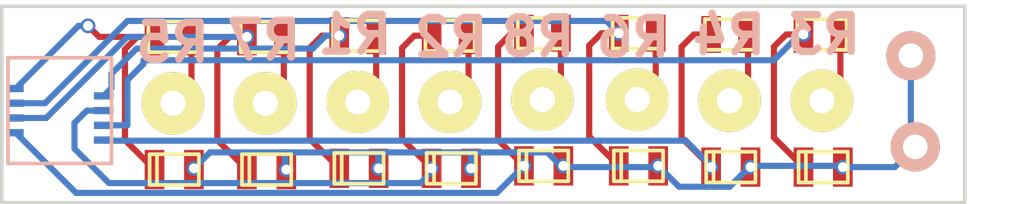
<source format=kicad_pcb>
(kicad_pcb (version 4) (host pcbnew 4.0.2-stable)

  (general
    (links 0)
    (no_connects 0)
    (area 135.124999 101.7565 176.872725 110.5979)
    (thickness 1.6)
    (drawings 12)
    (tracks 144)
    (zones 0)
    (modules 27)
    (nets 1)
  )

  (page A4)
  (layers
    (0 F.Cu signal)
    (31 B.Cu signal)
    (32 B.Adhes user)
    (33 F.Adhes user)
    (34 B.Paste user)
    (35 F.Paste user)
    (36 B.SilkS user)
    (37 F.SilkS user)
    (38 B.Mask user)
    (39 F.Mask user)
    (40 Dwgs.User user)
    (41 Cmts.User user)
    (42 Eco1.User user)
    (43 Eco2.User user)
    (44 Edge.Cuts user)
    (45 Margin user)
    (46 B.CrtYd user)
    (47 F.CrtYd user)
    (48 B.Fab user)
    (49 F.Fab user)
  )

  (setup
    (last_trace_width 0.25)
    (trace_clearance 0.2)
    (zone_clearance 0.508)
    (zone_45_only no)
    (trace_min 0.2)
    (segment_width 0.2)
    (edge_width 0.15)
    (via_size 0.6)
    (via_drill 0.4)
    (via_min_size 0.4)
    (via_min_drill 0.3)
    (uvia_size 0.3)
    (uvia_drill 0.1)
    (uvias_allowed no)
    (uvia_min_size 0.2)
    (uvia_min_drill 0.1)
    (pcb_text_width 0.3)
    (pcb_text_size 1.5 1.5)
    (mod_edge_width 0.15)
    (mod_text_size 1 1)
    (mod_text_width 0.15)
    (pad_size 1.524 1.524)
    (pad_drill 0.762)
    (pad_to_mask_clearance 0.2)
    (aux_axis_origin 0 0)
    (visible_elements 7FFFFFBF)
    (pcbplotparams
      (layerselection 0x00030_80000001)
      (usegerberextensions false)
      (excludeedgelayer true)
      (linewidth 0.100000)
      (plotframeref false)
      (viasonmask false)
      (mode 1)
      (useauxorigin false)
      (hpglpennumber 1)
      (hpglpenspeed 20)
      (hpglpendiameter 15)
      (hpglpenoverlay 2)
      (psnegative false)
      (psa4output false)
      (plotreference true)
      (plotvalue true)
      (plotinvisibletext false)
      (padsonsilk false)
      (subtractmaskfromsilk false)
      (outputformat 1)
      (mirror false)
      (drillshape 1)
      (scaleselection 1)
      (outputdirectory ""))
  )

  (net 0 "")

  (net_class Default "This is the default net class."
    (clearance 0.2)
    (trace_width 0.25)
    (via_dia 0.6)
    (via_drill 0.4)
    (uvia_dia 0.3)
    (uvia_drill 0.1)
  )

  (module "ground pad" (layer B.Cu) (tedit 579002BD) (tstamp 579002AE)
    (at 172.2882 107.8738)
    (fp_text reference REF** (at 0 -0.5) (layer B.SilkS) hide
      (effects (font (size 1 1) (thickness 0.15)) (justify mirror))
    )
    (fp_text value "ground pad" (at 0 0.5) (layer B.Fab)
      (effects (font (size 1 1) (thickness 0.15)) (justify mirror))
    )
    (pad 1 thru_hole circle (at 0 0) (size 2 2) (drill 1) (layers *.Cu *.Mask B.SilkS))
  )

  (module "ground pad" (layer B.Cu) (tedit 579002C2) (tstamp 5790029C)
    (at 172.1104 104.1654)
    (fp_text reference REF** (at 0 -0.5) (layer B.SilkS) hide
      (effects (font (size 1 1) (thickness 0.15)) (justify mirror))
    )
    (fp_text value "ground pad" (at 0 0.5) (layer B.Fab)
      (effects (font (size 1 1) (thickness 0.15)) (justify mirror))
    )
    (pad 1 thru_hole circle (at 0 0) (size 2 2) (drill 1) (layers *.Cu *.Mask B.SilkS))
  )

  (module fh26footprints:FH26W-17S-0.3SHW (layer B.Cu) (tedit 578E6D32) (tstamp 578D79E9)
    (at 137.55 106.4 270)
    (fp_text reference "" (at 0 -0.5 270) (layer B.SilkS)
      (effects (font (size 1 1) (thickness 0.15)) (justify mirror))
    )
    (fp_text value XF3B (at 0 -2.6416 270) (layer B.Fab)
      (effects (font (size 0.2 0.2) (thickness 0.05)) (justify mirror))
    )
    (fp_line (start -2.15 -2.1) (end 2.15 -2.1) (layer B.SilkS) (width 0.15))
    (fp_line (start 2.15 -2.1) (end 2.15 2.1) (layer B.SilkS) (width 0.15))
    (fp_line (start -2.15 2.1) (end -2.15 -2.1) (layer B.SilkS) (width 0.15))
    (fp_line (start 2.15 2.1) (end -2.15 2.1) (layer B.SilkS) (width 0.15))
    (pad 1 connect rect (at -0.6 -1.7875 270) (size 0.3 0.8) (layers B.Cu B.Mask))
    (pad 2 connect rect (at 0 -1.7875 270) (size 0.3 0.8) (layers B.Cu B.Mask))
    (pad 3 connect rect (at 0.6 -1.7875 270) (size 0.3 0.8) (layers B.Cu B.Mask))
    (pad 4 connect rect (at 1.2 -1.7875 270) (size 0.3 0.8) (layers B.Cu B.Mask))
    (pad 5 connect rect (at -0.9 1.7875 270) (size 0.3 0.65) (layers B.Cu B.Mask))
    (pad 6 connect rect (at -0.3 1.7875 270) (size 0.3 0.65) (layers B.Cu B.Mask))
    (pad 7 connect rect (at 0.3 1.7875 270) (size 0.3 0.65) (layers B.Cu B.Mask))
    (pad 8 connect rect (at 0.9 1.7875 270) (size 0.3 0.65) (layers B.Cu B.Mask))
  )

  (module pins (layer F.Cu) (tedit 578E7564) (tstamp 5789385A)
    (at 153.4 106.05)
    (fp_text reference "" (at 0 0.5) (layer F.SilkS)
      (effects (font (size 1 1) (thickness 0.15)))
    )
    (fp_text value pins (at 0 -0.5) (layer F.Fab)
      (effects (font (size 1 1) (thickness 0.15)))
    )
    (pad 1 thru_hole circle (at 0 0) (size 2.54 2.54) (drill 1.02) (layers *.Cu *.Mask F.SilkS))
  )

  (module Resistors_ThroughHole:Resistor_Ceramic_Horizontal_L19mm-W8mm-H8mm-p25mm (layer F.Cu) (tedit 578E75B5) (tstamp 57893851)
    (at 153.4 103.35)
    (descr "Resistor, Ceramic, Horizontal")
    (tags "Resistor, Ceramic, Horizontal")
    (fp_text reference "" (at 0 -1.016) (layer F.SilkS)
      (effects (font (size 0.3 0.3) (thickness 0.045)))
    )
    (fp_text value "metal film resistor(2x1.25mm, 7.5kohm, SM)" (at 0 1.016) (layer F.Fab)
      (effects (font (size 0.3 0.3) (thickness 0.045)))
    )
    (fp_line (start -1 -0.625) (end -1 0.625) (layer F.SilkS) (width 0.15))
    (fp_line (start -1 0.625) (end 1 0.625) (layer F.SilkS) (width 0.15))
    (fp_line (start 1 0.625) (end 1 -0.625) (layer F.SilkS) (width 0.15))
    (fp_line (start -1 -0.625) (end 1 -0.625) (layer F.SilkS) (width 0.15))
    (pad 1 smd rect (at -0.75 0 180) (size 0.8 1.5) (layers F.Cu F.Paste F.Mask))
    (pad 2 smd rect (at 0.75 0 180) (size 0.8 1.5) (layers F.Cu F.Paste F.Mask))
    (model Resistors_ThroughHole.3dshapes/Resistor_Ceramic_Horizontal_L19mm-W8mm-H8mm-p25mm.wrl
      (at (xyz 0 0 0))
      (scale (xyz 0.5 1.1 1))
      (rotate (xyz 0 0 0))
    )
  )

  (module Capacitors_Tantalum_SMD:TantalC_SizeR_EIA-2012 (layer F.Cu) (tedit 578E7585) (tstamp 57893847)
    (at 153.45 108.75 180)
    (descr "Tantal Cap. , Size C, EIA-2012")
    (fp_text reference "" (at 0.0254 -1.2954 180) (layer F.SilkS)
      (effects (font (size 0.4 0.4) (thickness 0.045)))
    )
    (fp_text value "NP0 capacitor(1.25x2mm, ceramic, SM)" (at 0 1.27 180) (layer F.Fab)
      (effects (font (size 0.4 0.4) (thickness 0.045)))
    )
    (fp_line (start 0.7 -0.625) (end 0.7 0.625) (layer F.SilkS) (width 0.15))
    (fp_line (start -1 -0.625) (end -1 0.625) (layer F.SilkS) (width 0.15))
    (fp_line (start -1 0.625) (end 1 0.625) (layer F.SilkS) (width 0.15))
    (fp_line (start 1 0.625) (end 1 -0.625) (layer F.SilkS) (width 0.15))
    (fp_line (start 1 -0.625) (end -1 -0.625) (layer F.SilkS) (width 0.15))
    (pad 1 smd rect (at 0.8 0 180) (size 0.8 1.6) (layers F.Cu F.Paste F.Mask))
    (pad 2 smd rect (at -0.8 0 180) (size 0.8 1.6) (layers F.Cu F.Paste F.Mask))
    (model Capacitors_Tantalum_SMD.3dshapes/TantalC_SizeR_EIA-2012.wrl
      (at (xyz 0 0 0))
      (scale (xyz 1.55 1.5 1))
      (rotate (xyz 0 0 0))
    )
  )

  (module Capacitors_Tantalum_SMD:TantalC_SizeR_EIA-2012 (layer F.Cu) (tedit 578E7590) (tstamp 5789383D)
    (at 149.7 108.75 180)
    (descr "Tantal Cap. , Size C, EIA-2012")
    (fp_text reference "" (at 0.0254 -1.2954 180) (layer F.SilkS)
      (effects (font (size 0.4 0.4) (thickness 0.045)))
    )
    (fp_text value "NP0 capacitor(1.25x2mm, ceramic, SM)" (at 0 1.27 180) (layer F.Fab)
      (effects (font (size 0.4 0.4) (thickness 0.045)))
    )
    (fp_line (start 0.7 -0.625) (end 0.7 0.625) (layer F.SilkS) (width 0.15))
    (fp_line (start -1 -0.625) (end -1 0.625) (layer F.SilkS) (width 0.15))
    (fp_line (start -1 0.625) (end 1 0.625) (layer F.SilkS) (width 0.15))
    (fp_line (start 1 0.625) (end 1 -0.625) (layer F.SilkS) (width 0.15))
    (fp_line (start 1 -0.625) (end -1 -0.625) (layer F.SilkS) (width 0.15))
    (pad 1 smd rect (at 0.8 0 180) (size 0.8 1.6) (layers F.Cu F.Paste F.Mask))
    (pad 2 smd rect (at -0.8 0 180) (size 0.8 1.6) (layers F.Cu F.Paste F.Mask))
    (model Capacitors_Tantalum_SMD.3dshapes/TantalC_SizeR_EIA-2012.wrl
      (at (xyz 0 0 0))
      (scale (xyz 1.55 1.5 1))
      (rotate (xyz 0 0 0))
    )
  )

  (module Resistors_ThroughHole:Resistor_Ceramic_Horizontal_L19mm-W8mm-H8mm-p25mm (layer F.Cu) (tedit 578E75AD) (tstamp 57893834)
    (at 149.65 103.35)
    (descr "Resistor, Ceramic, Horizontal")
    (tags "Resistor, Ceramic, Horizontal")
    (fp_text reference "" (at 0 -1.016) (layer F.SilkS)
      (effects (font (size 0.3 0.3) (thickness 0.045)))
    )
    (fp_text value "metal film resistor(2x1.25mm, 7.5kohm, SM)" (at 0 1.016) (layer F.Fab)
      (effects (font (size 0.3 0.3) (thickness 0.045)))
    )
    (fp_line (start -1 -0.625) (end -1 0.625) (layer F.SilkS) (width 0.15))
    (fp_line (start -1 0.625) (end 1 0.625) (layer F.SilkS) (width 0.15))
    (fp_line (start 1 0.625) (end 1 -0.625) (layer F.SilkS) (width 0.15))
    (fp_line (start -1 -0.625) (end 1 -0.625) (layer F.SilkS) (width 0.15))
    (pad 1 smd rect (at -0.75 0 180) (size 0.8 1.5) (layers F.Cu F.Paste F.Mask))
    (pad 2 smd rect (at 0.75 0 180) (size 0.8 1.5) (layers F.Cu F.Paste F.Mask))
    (model Resistors_ThroughHole.3dshapes/Resistor_Ceramic_Horizontal_L19mm-W8mm-H8mm-p25mm.wrl
      (at (xyz 0 0 0))
      (scale (xyz 0.5 1.1 1))
      (rotate (xyz 0 0 0))
    )
  )

  (module pins (layer F.Cu) (tedit 578E755F) (tstamp 57893830)
    (at 149.65 106.05)
    (fp_text reference "" (at 0 0.5) (layer F.SilkS)
      (effects (font (size 1 1) (thickness 0.15)))
    )
    (fp_text value pins (at 0 -0.5) (layer F.Fab)
      (effects (font (size 1 1) (thickness 0.15)))
    )
    (pad 1 thru_hole circle (at 0 0) (size 2.54 2.54) (drill 1.02) (layers *.Cu *.Mask F.SilkS))
  )

  (module pins (layer F.Cu) (tedit 578E7554) (tstamp 57893824)
    (at 142.15 106.1)
    (fp_text reference "" (at 0 0.5) (layer F.SilkS)
      (effects (font (size 1 1) (thickness 0.15)))
    )
    (fp_text value pins (at 0 -0.5) (layer F.Fab)
      (effects (font (size 1 1) (thickness 0.15)))
    )
    (pad 1 thru_hole circle (at 0 0) (size 2.54 2.54) (drill 1.02) (layers *.Cu *.Mask F.SilkS))
  )

  (module Resistors_ThroughHole:Resistor_Ceramic_Horizontal_L19mm-W8mm-H8mm-p25mm (layer F.Cu) (tedit 578E759E) (tstamp 5789381B)
    (at 142.15 103.4)
    (descr "Resistor, Ceramic, Horizontal")
    (tags "Resistor, Ceramic, Horizontal")
    (fp_text reference "" (at 0 -1.016) (layer F.SilkS)
      (effects (font (size 0.3 0.3) (thickness 0.045)))
    )
    (fp_text value "metal film resistor(2x1.25mm, 7.5kohm, SM)" (at 0 1.016) (layer F.Fab)
      (effects (font (size 0.3 0.3) (thickness 0.045)))
    )
    (fp_line (start -1 -0.625) (end -1 0.625) (layer F.SilkS) (width 0.15))
    (fp_line (start -1 0.625) (end 1 0.625) (layer F.SilkS) (width 0.15))
    (fp_line (start 1 0.625) (end 1 -0.625) (layer F.SilkS) (width 0.15))
    (fp_line (start -1 -0.625) (end 1 -0.625) (layer F.SilkS) (width 0.15))
    (pad 1 smd rect (at -0.75 0 180) (size 0.8 1.5) (layers F.Cu F.Paste F.Mask))
    (pad 2 smd rect (at 0.75 0 180) (size 0.8 1.5) (layers F.Cu F.Paste F.Mask))
    (model Resistors_ThroughHole.3dshapes/Resistor_Ceramic_Horizontal_L19mm-W8mm-H8mm-p25mm.wrl
      (at (xyz 0 0 0))
      (scale (xyz 0.5 1.1 1))
      (rotate (xyz 0 0 0))
    )
  )

  (module Capacitors_Tantalum_SMD:TantalC_SizeR_EIA-2012 (layer F.Cu) (tedit 578E7589) (tstamp 57893811)
    (at 142.2 108.8 180)
    (descr "Tantal Cap. , Size C, EIA-2012")
    (fp_text reference "" (at 0.0254 -1.2954 180) (layer F.SilkS)
      (effects (font (size 0.4 0.4) (thickness 0.045)))
    )
    (fp_text value "NP0 capacitor(1.25x2mm, ceramic, SM)" (at 0 1.27 180) (layer F.Fab)
      (effects (font (size 0.4 0.4) (thickness 0.045)))
    )
    (fp_line (start 0.7 -0.625) (end 0.7 0.625) (layer F.SilkS) (width 0.15))
    (fp_line (start -1 -0.625) (end -1 0.625) (layer F.SilkS) (width 0.15))
    (fp_line (start -1 0.625) (end 1 0.625) (layer F.SilkS) (width 0.15))
    (fp_line (start 1 0.625) (end 1 -0.625) (layer F.SilkS) (width 0.15))
    (fp_line (start 1 -0.625) (end -1 -0.625) (layer F.SilkS) (width 0.15))
    (pad 1 smd rect (at 0.8 0 180) (size 0.8 1.6) (layers F.Cu F.Paste F.Mask))
    (pad 2 smd rect (at -0.8 0 180) (size 0.8 1.6) (layers F.Cu F.Paste F.Mask))
    (model Capacitors_Tantalum_SMD.3dshapes/TantalC_SizeR_EIA-2012.wrl
      (at (xyz 0 0 0))
      (scale (xyz 1.55 1.5 1))
      (rotate (xyz 0 0 0))
    )
  )

  (module Capacitors_Tantalum_SMD:TantalC_SizeR_EIA-2012 (layer F.Cu) (tedit 578E758C) (tstamp 578937F6)
    (at 145.95 108.8 180)
    (descr "Tantal Cap. , Size C, EIA-2012")
    (fp_text reference "" (at 0.0254 -1.2954 180) (layer F.SilkS)
      (effects (font (size 0.4 0.4) (thickness 0.045)))
    )
    (fp_text value "NP0 capacitor(1.25x2mm, ceramic, SM)" (at 0 1.27 180) (layer F.Fab)
      (effects (font (size 0.4 0.4) (thickness 0.045)))
    )
    (fp_line (start 0.7 -0.625) (end 0.7 0.625) (layer F.SilkS) (width 0.15))
    (fp_line (start -1 -0.625) (end -1 0.625) (layer F.SilkS) (width 0.15))
    (fp_line (start -1 0.625) (end 1 0.625) (layer F.SilkS) (width 0.15))
    (fp_line (start 1 0.625) (end 1 -0.625) (layer F.SilkS) (width 0.15))
    (fp_line (start 1 -0.625) (end -1 -0.625) (layer F.SilkS) (width 0.15))
    (pad 1 smd rect (at 0.8 0 180) (size 0.8 1.6) (layers F.Cu F.Paste F.Mask))
    (pad 2 smd rect (at -0.8 0 180) (size 0.8 1.6) (layers F.Cu F.Paste F.Mask))
    (model Capacitors_Tantalum_SMD.3dshapes/TantalC_SizeR_EIA-2012.wrl
      (at (xyz 0 0 0))
      (scale (xyz 1.55 1.5 1))
      (rotate (xyz 0 0 0))
    )
  )

  (module Resistors_ThroughHole:Resistor_Ceramic_Horizontal_L19mm-W8mm-H8mm-p25mm (layer F.Cu) (tedit 578E75A4) (tstamp 578937ED)
    (at 145.9 103.4)
    (descr "Resistor, Ceramic, Horizontal")
    (tags "Resistor, Ceramic, Horizontal")
    (fp_text reference "" (at 0 -1.016) (layer F.SilkS)
      (effects (font (size 0.3 0.3) (thickness 0.045)))
    )
    (fp_text value "metal film resistor(2x1.25mm, 7.5kohm, SM)" (at 0 1.016) (layer F.Fab)
      (effects (font (size 0.3 0.3) (thickness 0.045)))
    )
    (fp_line (start -1 -0.625) (end -1 0.625) (layer F.SilkS) (width 0.15))
    (fp_line (start -1 0.625) (end 1 0.625) (layer F.SilkS) (width 0.15))
    (fp_line (start 1 0.625) (end 1 -0.625) (layer F.SilkS) (width 0.15))
    (fp_line (start -1 -0.625) (end 1 -0.625) (layer F.SilkS) (width 0.15))
    (pad 1 smd rect (at -0.75 0 180) (size 0.8 1.5) (layers F.Cu F.Paste F.Mask))
    (pad 2 smd rect (at 0.75 0 180) (size 0.8 1.5) (layers F.Cu F.Paste F.Mask))
    (model Resistors_ThroughHole.3dshapes/Resistor_Ceramic_Horizontal_L19mm-W8mm-H8mm-p25mm.wrl
      (at (xyz 0 0 0))
      (scale (xyz 0.5 1.1 1))
      (rotate (xyz 0 0 0))
    )
  )

  (module pins (layer F.Cu) (tedit 578E755D) (tstamp 578937E9)
    (at 145.9 106.1)
    (fp_text reference "" (at 0 0.5) (layer F.SilkS)
      (effects (font (size 1 1) (thickness 0.15)))
    )
    (fp_text value pins (at 0 -0.5) (layer F.Fab)
      (effects (font (size 1 1) (thickness 0.15)))
    )
    (pad 1 thru_hole circle (at 0 0) (size 2.54 2.54) (drill 1.02) (layers *.Cu *.Mask F.SilkS))
  )

  (module pins (layer F.Cu) (tedit 578E7572) (tstamp 57891977)
    (at 168.5 106)
    (fp_text reference "" (at 0 0.5) (layer F.SilkS)
      (effects (font (size 1 1) (thickness 0.15)))
    )
    (fp_text value pins (at 0 -0.5) (layer F.Fab)
      (effects (font (size 1 1) (thickness 0.15)))
    )
    (pad 1 thru_hole circle (at 0 0) (size 2.54 2.54) (drill 1.02) (layers *.Cu *.Mask F.SilkS))
  )

  (module Resistors_ThroughHole:Resistor_Ceramic_Horizontal_L19mm-W8mm-H8mm-p25mm (layer F.Cu) (tedit 578E75D9) (tstamp 5788091C)
    (at 168.5 103.3)
    (descr "Resistor, Ceramic, Horizontal")
    (tags "Resistor, Ceramic, Horizontal")
    (fp_text reference "" (at 0 -1.016) (layer F.SilkS)
      (effects (font (size 0.3 0.3) (thickness 0.045)))
    )
    (fp_text value "metal film resistor(2x1.25mm, 7.5kohm, SM)" (at 0 1.016) (layer F.Fab)
      (effects (font (size 0.3 0.3) (thickness 0.045)))
    )
    (fp_line (start -1 -0.625) (end -1 0.625) (layer F.SilkS) (width 0.15))
    (fp_line (start -1 0.625) (end 1 0.625) (layer F.SilkS) (width 0.15))
    (fp_line (start 1 0.625) (end 1 -0.625) (layer F.SilkS) (width 0.15))
    (fp_line (start -1 -0.625) (end 1 -0.625) (layer F.SilkS) (width 0.15))
    (pad 1 smd rect (at -0.75 0 180) (size 0.8 1.5) (layers F.Cu F.Paste F.Mask))
    (pad 2 smd rect (at 0.75 0 180) (size 0.8 1.5) (layers F.Cu F.Paste F.Mask))
    (model Resistors_ThroughHole.3dshapes/Resistor_Ceramic_Horizontal_L19mm-W8mm-H8mm-p25mm.wrl
      (at (xyz 0 0 0))
      (scale (xyz 0.5 1.1 1))
      (rotate (xyz 0 0 0))
    )
  )

  (module Capacitors_Tantalum_SMD:TantalC_SizeR_EIA-2012 (layer F.Cu) (tedit 578E7575) (tstamp 57880912)
    (at 168.55 108.7 180)
    (descr "Tantal Cap. , Size C, EIA-2012")
    (fp_text reference "" (at 0.0254 -1.2954 180) (layer F.SilkS)
      (effects (font (size 0.4 0.4) (thickness 0.045)))
    )
    (fp_text value "NP0 capacitor(1.25x2mm, ceramic, SM)" (at 0 1.27 180) (layer F.Fab)
      (effects (font (size 0.4 0.4) (thickness 0.045)))
    )
    (fp_line (start 0.7 -0.625) (end 0.7 0.625) (layer F.SilkS) (width 0.15))
    (fp_line (start -1 -0.625) (end -1 0.625) (layer F.SilkS) (width 0.15))
    (fp_line (start -1 0.625) (end 1 0.625) (layer F.SilkS) (width 0.15))
    (fp_line (start 1 0.625) (end 1 -0.625) (layer F.SilkS) (width 0.15))
    (fp_line (start 1 -0.625) (end -1 -0.625) (layer F.SilkS) (width 0.15))
    (pad 1 smd rect (at 0.8 0 180) (size 0.8 1.6) (layers F.Cu F.Paste F.Mask))
    (pad 2 smd rect (at -0.8 0 180) (size 0.8 1.6) (layers F.Cu F.Paste F.Mask))
    (model Capacitors_Tantalum_SMD.3dshapes/TantalC_SizeR_EIA-2012.wrl
      (at (xyz 0 0 0))
      (scale (xyz 1.55 1.5 1))
      (rotate (xyz 0 0 0))
    )
  )

  (module Capacitors_Tantalum_SMD:TantalC_SizeR_EIA-2012 (layer F.Cu) (tedit 578E757E) (tstamp 57892A4C)
    (at 161.05 108.65 180)
    (descr "Tantal Cap. , Size C, EIA-2012")
    (fp_text reference "" (at 0.0254 -1.2954 180) (layer F.SilkS)
      (effects (font (size 0.4 0.4) (thickness 0.045)))
    )
    (fp_text value "NP0 capacitor(1.25x2mm, ceramic, SM)" (at 0 1.27 180) (layer F.Fab)
      (effects (font (size 0.4 0.4) (thickness 0.045)))
    )
    (fp_line (start 0.7 -0.625) (end 0.7 0.625) (layer F.SilkS) (width 0.15))
    (fp_line (start -1 -0.625) (end -1 0.625) (layer F.SilkS) (width 0.15))
    (fp_line (start -1 0.625) (end 1 0.625) (layer F.SilkS) (width 0.15))
    (fp_line (start 1 0.625) (end 1 -0.625) (layer F.SilkS) (width 0.15))
    (fp_line (start 1 -0.625) (end -1 -0.625) (layer F.SilkS) (width 0.15))
    (pad 1 smd rect (at 0.8 0 180) (size 0.8 1.6) (layers F.Cu F.Paste F.Mask))
    (pad 2 smd rect (at -0.8 0 180) (size 0.8 1.6) (layers F.Cu F.Paste F.Mask))
    (model Capacitors_Tantalum_SMD.3dshapes/TantalC_SizeR_EIA-2012.wrl
      (at (xyz 0 0 0))
      (scale (xyz 1.55 1.5 1))
      (rotate (xyz 0 0 0))
    )
  )

  (module Resistors_ThroughHole:Resistor_Ceramic_Horizontal_L19mm-W8mm-H8mm-p25mm (layer F.Cu) (tedit 578E75C9) (tstamp 57892A43)
    (at 161 103.25)
    (descr "Resistor, Ceramic, Horizontal")
    (tags "Resistor, Ceramic, Horizontal")
    (fp_text reference "" (at 0 -1.016) (layer F.SilkS)
      (effects (font (size 0.3 0.3) (thickness 0.045)))
    )
    (fp_text value "metal film resistor(2x1.25mm, 7.5kohm, SM)" (at 0 1.016) (layer F.Fab)
      (effects (font (size 0.3 0.3) (thickness 0.045)))
    )
    (fp_line (start -1 -0.625) (end -1 0.625) (layer F.SilkS) (width 0.15))
    (fp_line (start -1 0.625) (end 1 0.625) (layer F.SilkS) (width 0.15))
    (fp_line (start 1 0.625) (end 1 -0.625) (layer F.SilkS) (width 0.15))
    (fp_line (start -1 -0.625) (end 1 -0.625) (layer F.SilkS) (width 0.15))
    (pad 1 smd rect (at -0.75 0 180) (size 0.8 1.5) (layers F.Cu F.Paste F.Mask))
    (pad 2 smd rect (at 0.75 0 180) (size 0.8 1.5) (layers F.Cu F.Paste F.Mask))
    (model Resistors_ThroughHole.3dshapes/Resistor_Ceramic_Horizontal_L19mm-W8mm-H8mm-p25mm.wrl
      (at (xyz 0 0 0))
      (scale (xyz 0.5 1.1 1))
      (rotate (xyz 0 0 0))
    )
  )

  (module pins (layer F.Cu) (tedit 578E756B) (tstamp 57892A3F)
    (at 161 105.95)
    (fp_text reference "" (at 0 0.5) (layer F.SilkS)
      (effects (font (size 1 1) (thickness 0.15)))
    )
    (fp_text value pins (at 0 -0.5) (layer F.Fab)
      (effects (font (size 1 1) (thickness 0.15)))
    )
    (pad 1 thru_hole circle (at 0 0) (size 2.54 2.54) (drill 1.02) (layers *.Cu *.Mask F.SilkS))
  )

  (module pins (layer F.Cu) (tedit 578E7568) (tstamp 57892A3B)
    (at 157.15 105.95)
    (fp_text reference "" (at 0 0.5) (layer F.SilkS)
      (effects (font (size 1 1) (thickness 0.15)))
    )
    (fp_text value pins (at 0 -0.5) (layer F.Fab)
      (effects (font (size 1 1) (thickness 0.15)))
    )
    (pad 1 thru_hole circle (at 0 0) (size 2.54 2.54) (drill 1.02) (layers *.Cu *.Mask F.SilkS))
  )

  (module Resistors_ThroughHole:Resistor_Ceramic_Horizontal_L19mm-W8mm-H8mm-p25mm (layer F.Cu) (tedit 578E75C2) (tstamp 57892A32)
    (at 157.15 103.25)
    (descr "Resistor, Ceramic, Horizontal")
    (tags "Resistor, Ceramic, Horizontal")
    (fp_text reference "" (at 0 -1.016) (layer F.SilkS)
      (effects (font (size 0.3 0.3) (thickness 0.045)))
    )
    (fp_text value "metal film resistor(2x1.25mm, 7.5kohm, SM)" (at 0 1.016) (layer F.Fab)
      (effects (font (size 0.3 0.3) (thickness 0.045)))
    )
    (fp_line (start -1 -0.625) (end -1 0.625) (layer F.SilkS) (width 0.15))
    (fp_line (start -1 0.625) (end 1 0.625) (layer F.SilkS) (width 0.15))
    (fp_line (start 1 0.625) (end 1 -0.625) (layer F.SilkS) (width 0.15))
    (fp_line (start -1 -0.625) (end 1 -0.625) (layer F.SilkS) (width 0.15))
    (pad 1 smd rect (at -0.75 0 180) (size 0.8 1.5) (layers F.Cu F.Paste F.Mask))
    (pad 2 smd rect (at 0.75 0 180) (size 0.8 1.5) (layers F.Cu F.Paste F.Mask))
    (model Resistors_ThroughHole.3dshapes/Resistor_Ceramic_Horizontal_L19mm-W8mm-H8mm-p25mm.wrl
      (at (xyz 0 0 0))
      (scale (xyz 0.5 1.1 1))
      (rotate (xyz 0 0 0))
    )
  )

  (module Capacitors_Tantalum_SMD:TantalC_SizeR_EIA-2012 (layer F.Cu) (tedit 578E7581) (tstamp 57892A28)
    (at 157.2 108.65 180)
    (descr "Tantal Cap. , Size C, EIA-2012")
    (fp_text reference "" (at 0.0254 -1.2954 180) (layer F.SilkS)
      (effects (font (size 0.4 0.4) (thickness 0.045)))
    )
    (fp_text value "NP0 capacitor(1.25x2mm, ceramic, SM)" (at 0 1.27 180) (layer F.Fab)
      (effects (font (size 0.4 0.4) (thickness 0.045)))
    )
    (fp_line (start 0.7 -0.625) (end 0.7 0.625) (layer F.SilkS) (width 0.15))
    (fp_line (start -1 -0.625) (end -1 0.625) (layer F.SilkS) (width 0.15))
    (fp_line (start -1 0.625) (end 1 0.625) (layer F.SilkS) (width 0.15))
    (fp_line (start 1 0.625) (end 1 -0.625) (layer F.SilkS) (width 0.15))
    (fp_line (start 1 -0.625) (end -1 -0.625) (layer F.SilkS) (width 0.15))
    (pad 1 smd rect (at 0.8 0 180) (size 0.8 1.6) (layers F.Cu F.Paste F.Mask))
    (pad 2 smd rect (at -0.8 0 180) (size 0.8 1.6) (layers F.Cu F.Paste F.Mask))
    (model Capacitors_Tantalum_SMD.3dshapes/TantalC_SizeR_EIA-2012.wrl
      (at (xyz 0 0 0))
      (scale (xyz 1.55 1.5 1))
      (rotate (xyz 0 0 0))
    )
  )

  (module Capacitors_Tantalum_SMD:TantalC_SizeR_EIA-2012 (layer F.Cu) (tedit 578E757A) (tstamp 578928C7)
    (at 164.8 108.7 180)
    (descr "Tantal Cap. , Size C, EIA-2012")
    (fp_text reference "" (at 0.0254 -1.2954 180) (layer F.SilkS)
      (effects (font (size 0.4 0.4) (thickness 0.045)))
    )
    (fp_text value "NP0 capacitor(1.25x2mm, ceramic, SM)" (at 0 1.27 180) (layer F.Fab)
      (effects (font (size 0.4 0.4) (thickness 0.045)))
    )
    (fp_line (start 0.7 -0.625) (end 0.7 0.625) (layer F.SilkS) (width 0.15))
    (fp_line (start -1 -0.625) (end -1 0.625) (layer F.SilkS) (width 0.15))
    (fp_line (start -1 0.625) (end 1 0.625) (layer F.SilkS) (width 0.15))
    (fp_line (start 1 0.625) (end 1 -0.625) (layer F.SilkS) (width 0.15))
    (fp_line (start 1 -0.625) (end -1 -0.625) (layer F.SilkS) (width 0.15))
    (pad 1 smd rect (at 0.8 0 180) (size 0.8 1.6) (layers F.Cu F.Paste F.Mask))
    (pad 2 smd rect (at -0.8 0 180) (size 0.8 1.6) (layers F.Cu F.Paste F.Mask))
    (model Capacitors_Tantalum_SMD.3dshapes/TantalC_SizeR_EIA-2012.wrl
      (at (xyz 0 0 0))
      (scale (xyz 1.55 1.5 1))
      (rotate (xyz 0 0 0))
    )
  )

  (module Resistors_ThroughHole:Resistor_Ceramic_Horizontal_L19mm-W8mm-H8mm-p25mm (layer F.Cu) (tedit 578E75D1) (tstamp 578928BE)
    (at 164.75 103.3)
    (descr "Resistor, Ceramic, Horizontal")
    (tags "Resistor, Ceramic, Horizontal")
    (fp_text reference "" (at 0 -1.016) (layer F.SilkS)
      (effects (font (size 0.3 0.3) (thickness 0.045)))
    )
    (fp_text value "metal film resistor(2x1.25mm, 7.5kohm, SM)" (at 0 1.016) (layer F.Fab)
      (effects (font (size 0.3 0.3) (thickness 0.045)))
    )
    (fp_line (start -1 -0.625) (end -1 0.625) (layer F.SilkS) (width 0.15))
    (fp_line (start -1 0.625) (end 1 0.625) (layer F.SilkS) (width 0.15))
    (fp_line (start 1 0.625) (end 1 -0.625) (layer F.SilkS) (width 0.15))
    (fp_line (start -1 -0.625) (end 1 -0.625) (layer F.SilkS) (width 0.15))
    (pad 1 smd rect (at -0.75 0 180) (size 0.8 1.5) (layers F.Cu F.Paste F.Mask))
    (pad 2 smd rect (at 0.75 0 180) (size 0.8 1.5) (layers F.Cu F.Paste F.Mask))
    (model Resistors_ThroughHole.3dshapes/Resistor_Ceramic_Horizontal_L19mm-W8mm-H8mm-p25mm.wrl
      (at (xyz 0 0 0))
      (scale (xyz 0.5 1.1 1))
      (rotate (xyz 0 0 0))
    )
  )

  (module pins (layer F.Cu) (tedit 578E756E) (tstamp 578928BA)
    (at 164.75 106)
    (fp_text reference "" (at 0 0.5) (layer F.SilkS)
      (effects (font (size 1 1) (thickness 0.15)))
    )
    (fp_text value pins (at 0 -0.5) (layer F.Fab)
      (effects (font (size 1 1) (thickness 0.15)))
    )
    (pad 1 thru_hole circle (at 0 0) (size 2.54 2.54) (drill 1.02) (layers *.Cu *.Mask F.SilkS))
  )

  (gr_text "R3\n\n" (at 168.5798 104.521) (layer B.SilkS)
    (effects (font (size 1.5 1.5) (thickness 0.3)) (justify mirror))
  )
  (gr_text "R4\n" (at 164.719 103.3272) (layer B.SilkS)
    (effects (font (size 1.5 1.5) (thickness 0.3)) (justify mirror))
  )
  (gr_text R6 (at 160.8328 103.4288) (layer B.SilkS)
    (effects (font (size 1.5 1.5) (thickness 0.3)) (justify mirror))
  )
  (gr_text "R8\n" (at 156.972 103.4034) (layer B.SilkS)
    (effects (font (size 1.5 1.5) (thickness 0.3)) (justify mirror))
  )
  (gr_text R2 (at 153.4414 103.4288) (layer B.SilkS)
    (effects (font (size 1.5 1.5) (thickness 0.3)) (justify mirror))
  )
  (gr_text "R1\n" (at 149.5298 103.3018) (layer B.SilkS)
    (effects (font (size 1.5 1.5) (thickness 0.3)) (justify mirror))
  )
  (gr_text "R7\n\n" (at 145.8468 104.7496) (layer B.SilkS)
    (effects (font (size 1.5 1.5) (thickness 0.3)) (justify mirror))
  )
  (gr_text "R5\n" (at 142.1384 103.632) (layer B.SilkS)
    (effects (font (size 1.5 1.5) (thickness 0.3)) (justify mirror))
  )
  (gr_line (start 135.2 102.15) (end 135.2 110.15) (angle 90) (layer Edge.Cuts) (width 0.15))
  (gr_line (start 174.3 102.15) (end 135.2 102.15) (angle 90) (layer Edge.Cuts) (width 0.15))
  (gr_line (start 174.3 110.15) (end 174.3 102.15) (angle 90) (layer Edge.Cuts) (width 0.15))
  (gr_line (start 174.3 110.15) (end 135.2 110.15) (angle 90) (layer Edge.Cuts) (width 0.15))

  (segment (start 172.1104 104.1654) (end 172.1104 107.696) (width 0.25) (layer B.Cu) (net 0) (status C00000))
  (segment (start 172.1104 107.696) (end 172.2882 107.8738) (width 0.25) (layer B.Cu) (net 0) (tstamp 579003C6) (status C00000))
  (segment (start 169.35 108.7) (end 171.462 108.7) (width 0.25) (layer B.Cu) (net 0))
  (segment (start 169.35 108.65) (end 169.35 108.7) (width 0.25) (layer B.Cu) (net 0) (tstamp 57894CD8))
  (segment (start 165.6 108.65) (end 169.35 108.65) (width 0.25) (layer B.Cu) (net 0))
  (via (at 169.35 108.7) (size 0.6) (drill 0.4) (layers F.Cu B.Cu) (net 0))
  (via (at 165.6 108.7) (size 0.6) (drill 0.4) (layers F.Cu B.Cu) (net 0))
  (segment (start 171.462 108.7) (end 172.2882 107.8738) (width 0.25) (layer B.Cu) (net 0) (tstamp 579003C1) (status 800000))
  (segment (start 140.95 104.35) (end 140.95 104.5) (width 0.25) (layer B.Cu) (net 0))
  (segment (start 141 104.35) (end 140.95 104.35) (width 0.25) (layer B.Cu) (net 0))
  (segment (start 167.75 103.3) (end 167.6 103.3) (width 0.25) (layer B.Cu) (net 0))
  (segment (start 167.6 103.3) (end 166.9 104) (width 0.25) (layer B.Cu) (net 0) (tstamp 5789369E))
  (segment (start 166.9 104) (end 166.55 104.35) (width 0.25) (layer B.Cu) (net 0) (tstamp 57894466))
  (segment (start 167.05 103.3) (end 166.55 103.8) (width 0.25) (layer F.Cu) (net 0) (tstamp 5789285A))
  (segment (start 166.55 103.8) (end 166.55 107.5) (width 0.25) (layer F.Cu) (net 0) (tstamp 57892862))
  (segment (start 167.75 108.7) (end 166.55 107.5) (width 0.25) (layer F.Cu) (net 0) (tstamp 5789286A))
  (segment (start 167.75 103.3) (end 167.05 103.3) (width 0.25) (layer F.Cu) (net 0))
  (via (at 167.75 103.3) (size 0.6) (drill 0.4) (layers F.Cu B.Cu) (net 0))
  (segment (start 166.55 104.35) (end 141.4 104.35) (width 0.25) (layer B.Cu) (net 0))
  (segment (start 141.4 104.35) (end 141 104.35) (width 0.25) (layer B.Cu) (net 0))
  (segment (start 140.3 105.15) (end 140.3 107) (width 0.25) (layer B.Cu) (net 0) (tstamp 578D7E14))
  (segment (start 140.3 107) (end 139.3375 107) (width 0.25) (layer B.Cu) (net 0) (tstamp 578D7E19))
  (segment (start 140.95 104.5) (end 140.3 105.15) (width 0.25) (layer B.Cu) (net 0) (tstamp 578D7E2B))
  (segment (start 140.675 103.875) (end 139.65 104.9) (width 0.25) (layer B.Cu) (net 0))
  (segment (start 140.95 103.875) (end 140.675 103.875) (width 0.25) (layer B.Cu) (net 0))
  (segment (start 139.65 105.4875) (end 139.3375 105.8) (width 0.25) (layer B.Cu) (net 0) (tstamp 578D7DFC))
  (segment (start 139.65 104.9) (end 139.65 105.4875) (width 0.25) (layer B.Cu) (net 0) (tstamp 578D7DFB))
  (segment (start 138.5625 109.75) (end 138.2125 109.75) (width 0.25) (layer B.Cu) (net 0))
  (segment (start 156.4 103.25) (end 155.9 103.25) (width 0.25) (layer F.Cu) (net 0))
  (segment (start 155.35 107.6) (end 156.4 108.65) (width 0.25) (layer F.Cu) (net 0) (tstamp 578D7C1F))
  (segment (start 155.35 103.8) (end 155.35 107.6) (width 0.25) (layer F.Cu) (net 0) (tstamp 578D7C1E))
  (segment (start 155.9 103.25) (end 155.35 103.8) (width 0.25) (layer F.Cu) (net 0) (tstamp 578D7C1D))
  (via (at 156.4 108.65) (size 0.6) (drill 0.4) (layers F.Cu B.Cu) (net 0))
  (segment (start 155.3 109.75) (end 156.4 108.65) (width 0.25) (layer B.Cu) (net 0) (tstamp 57894DDB))
  (segment (start 155.3 109.75) (end 140 109.75) (width 0.25) (layer B.Cu) (net 0) (tstamp 57894DDC))
  (segment (start 140 109.75) (end 138.5625 109.75) (width 0.25) (layer B.Cu) (net 0))
  (segment (start 138.2125 109.75) (end 135.7625 107.3) (width 0.25) (layer B.Cu) (net 0) (tstamp 578D7DF6))
  (segment (start 138.7 102.95) (end 138.3125 102.95) (width 0.25) (layer B.Cu) (net 0))
  (segment (start 138.3125 102.95) (end 135.7625 105.5) (width 0.25) (layer B.Cu) (net 0) (tstamp 578D7DF2))
  (segment (start 139.3625 107.625) (end 141.125 107.625) (width 0.25) (layer B.Cu) (net 0) (status 10))
  (segment (start 141.125 107.625) (end 162.975 107.625) (width 0.25) (layer B.Cu) (net 0))
  (segment (start 139.3625 107.625) (end 139.3375 107.6) (width 0.25) (layer B.Cu) (net 0) (tstamp 578D7D4D) (status 30))
  (segment (start 140.788889 109.35) (end 139.55 109.35) (width 0.25) (layer B.Cu) (net 0))
  (segment (start 152.65 108.9) (end 152.2 109.35) (width 0.25) (layer B.Cu) (net 0) (tstamp 57894C85))
  (segment (start 152.65 103.35) (end 151.95 103.35) (width 0.25) (layer F.Cu) (net 0) (tstamp 5789386B))
  (segment (start 151.45 107.55) (end 152.65 108.75) (width 0.25) (layer F.Cu) (net 0) (tstamp 5789386A))
  (segment (start 151.45 103.85) (end 151.45 107.55) (width 0.25) (layer F.Cu) (net 0) (tstamp 57893869))
  (segment (start 151.95 103.35) (end 151.45 103.85) (width 0.25) (layer F.Cu) (net 0) (tstamp 57893868))
  (via (at 152.65 108.75) (size 0.6) (drill 0.4) (layers F.Cu B.Cu) (net 0))
  (segment (start 152.2 109.35) (end 140.788889 109.35) (width 0.25) (layer B.Cu) (net 0) (tstamp 578949D7))
  (segment (start 152.65 108.75) (end 152.65 108.9) (width 0.25) (layer B.Cu) (net 0))
  (segment (start 138.65 106.4) (end 139.3375 106.4) (width 0.25) (layer B.Cu) (net 0) (tstamp 578D7D37) (status 20))
  (segment (start 138.15 106.9) (end 138.65 106.4) (width 0.25) (layer B.Cu) (net 0) (tstamp 578D7D33))
  (segment (start 138.15 107.95) (end 138.15 106.9) (width 0.25) (layer B.Cu) (net 0) (tstamp 578D7D31))
  (segment (start 139.55 109.35) (end 138.15 107.95) (width 0.25) (layer B.Cu) (net 0) (tstamp 578D7D2C))
  (segment (start 140.75 103.4) (end 140.3 103.4) (width 0.25) (layer B.Cu) (net 0))
  (via (at 145.15 103.4) (size 0.6) (drill 0.4) (layers F.Cu B.Cu) (net 0) (tstamp 57893801))
  (segment (start 145.15 103.4) (end 144.45 103.4) (width 0.25) (layer F.Cu) (net 0) (tstamp 57893802))
  (segment (start 145.15 108.8) (end 143.95 107.6) (width 0.25) (layer F.Cu) (net 0) (tstamp 57893803))
  (segment (start 143.95 103.9) (end 143.95 107.6) (width 0.25) (layer F.Cu) (net 0) (tstamp 57893804))
  (segment (start 144.45 103.4) (end 143.95 103.9) (width 0.25) (layer F.Cu) (net 0) (tstamp 57893805))
  (segment (start 145.15 103.4) (end 140.75 103.4) (width 0.25) (layer B.Cu) (net 0))
  (segment (start 137 106.7) (end 135.7625 106.7) (width 0.25) (layer B.Cu) (net 0) (tstamp 578D7C6F) (status 20))
  (segment (start 140.3 103.4) (end 137 106.7) (width 0.25) (layer B.Cu) (net 0) (tstamp 578D7C69))
  (segment (start 140.466 102.75) (end 140.3 102.75) (width 0.25) (layer B.Cu) (net 0))
  (via (at 160.25 103.25) (size 0.6) (drill 0.4) (layers F.Cu B.Cu) (net 0))
  (segment (start 159.55 103.25) (end 159.05 103.75) (width 0.25) (layer F.Cu) (net 0) (tstamp 57892A5E))
  (segment (start 159.05 103.75) (end 159.05 107.45) (width 0.25) (layer F.Cu) (net 0) (tstamp 57892A5D))
  (segment (start 160.25 108.65) (end 159.05 107.45) (width 0.25) (layer F.Cu) (net 0) (tstamp 57892A5C))
  (segment (start 160.25 103.25) (end 159.55 103.25) (width 0.25) (layer F.Cu) (net 0) (tstamp 57892A5B))
  (segment (start 160.25 103.25) (end 159.75 102.75) (width 0.25) (layer B.Cu) (net 0))
  (segment (start 159.75 102.75) (end 140.466 102.75) (width 0.25) (layer B.Cu) (net 0))
  (segment (start 136.95 106.1) (end 135.7625 106.1) (width 0.25) (layer B.Cu) (net 0) (tstamp 578D7C4A) (status 20))
  (segment (start 140.3 102.75) (end 136.95 106.1) (width 0.25) (layer B.Cu) (net 0) (tstamp 578D7C47))
  (segment (start 138.7 102.95) (end 138.6625 102.95) (width 0.25) (layer B.Cu) (net 0))
  (segment (start 141.4 103.4) (end 139.15 103.4) (width 0.25) (layer F.Cu) (net 0))
  (via (at 138.7 102.95) (size 0.6) (drill 0.4) (layers F.Cu B.Cu) (net 0))
  (segment (start 139.15 103.4) (end 138.7 102.95) (width 0.25) (layer F.Cu) (net 0) (tstamp 57894743))
  (segment (start 162.8 107.5) (end 162.8 103.8) (width 0.25) (layer F.Cu) (net 0))
  (segment (start 164 108.7) (end 164 108.65) (width 0.25) (layer B.Cu) (net 0))
  (segment (start 164 108.65) (end 162.975 107.625) (width 0.25) (layer B.Cu) (net 0) (tstamp 57893668))
  (segment (start 164 108.7) (end 162.8 107.5) (width 0.25) (layer F.Cu) (net 0) (tstamp 578928D2))
  (segment (start 162.8 103.8) (end 163.3 103.3) (width 0.25) (layer F.Cu) (net 0) (tstamp 57892A0B))
  (segment (start 164 103.3) (end 163.3 103.3) (width 0.25) (layer F.Cu) (net 0) (tstamp 578928D1))
  (via (at 164 108.7) (size 0.6) (drill 0.4) (layers F.Cu B.Cu) (net 0))
  (segment (start 162.975 107.625) (end 162.95 107.6) (width 0.25) (layer B.Cu) (net 0) (tstamp 57894E10))
  (via (at 143 108.75) (size 0.6) (drill 0.4) (layers F.Cu B.Cu) (net 0))
  (segment (start 143 108.75) (end 143 108.8) (width 0.25) (layer F.Cu) (net 0) (tstamp 57894D77))
  (via (at 146.75 108.8) (size 0.6) (drill 0.4) (layers F.Cu B.Cu) (net 0))
  (segment (start 146.7 108.1) (end 146.7 108.75) (width 0.25) (layer B.Cu) (net 0) (tstamp 57894D6C))
  (segment (start 146.7 108.75) (end 146.75 108.8) (width 0.25) (layer B.Cu) (net 0) (tstamp 57894D6B))
  (segment (start 150.5 108.75) (end 150.5 108.1) (width 0.25) (layer B.Cu) (net 0))
  (via (at 150.5 108.75) (size 0.6) (drill 0.4) (layers F.Cu B.Cu) (net 0))
  (segment (start 150.45 108.15) (end 150.45 108.1) (width 0.25) (layer B.Cu) (net 0) (tstamp 57894D61))
  (segment (start 150.5 108.1) (end 150.45 108.15) (width 0.25) (layer B.Cu) (net 0) (tstamp 57894D5D))
  (segment (start 154.25 108.75) (end 154.25 108.1) (width 0.25) (layer B.Cu) (net 0))
  (via (at 154.25 108.75) (size 0.6) (drill 0.4) (layers F.Cu B.Cu) (net 0))
  (via (at 158 108.65) (size 0.6) (drill 0.4) (layers F.Cu B.Cu) (net 0))
  (segment (start 157.95 108.7) (end 158 108.7) (width 0.25) (layer B.Cu) (net 0) (tstamp 57894CF1))
  (segment (start 158 108.7) (end 158 108.65) (width 0.25) (layer B.Cu) (net 0) (tstamp 57894CF0))
  (via (at 161.85 108.65) (size 0.6) (drill 0.4) (layers F.Cu B.Cu) (net 0))
  (segment (start 161.85 108.65) (end 161.9 108.7) (width 0.25) (layer B.Cu) (net 0) (tstamp 57894CEA))
  (segment (start 165.6 108.65) (end 165.575 108.675) (width 0.25) (layer B.Cu) (net 0) (tstamp 57894CE2))
  (segment (start 165.575 108.675) (end 165.6 108.7) (width 0.25) (layer B.Cu) (net 0) (tstamp 57894CE1))
  (segment (start 165.6 108.65) (end 164.75 109.5) (width 0.25) (layer B.Cu) (net 0) (tstamp 57894C8C))
  (segment (start 164.75 109.5) (end 162.7 109.5) (width 0.25) (layer B.Cu) (net 0) (tstamp 57894C9E))
  (segment (start 162.7 109.5) (end 161.9 108.7) (width 0.25) (layer B.Cu) (net 0) (tstamp 57894CA5))
  (segment (start 161.9 108.7) (end 157.95 108.7) (width 0.25) (layer B.Cu) (net 0) (tstamp 57894CA8))
  (segment (start 157.95 108.7) (end 157.35 108.1) (width 0.25) (layer B.Cu) (net 0) (tstamp 57894CB1))
  (segment (start 157.35 108.1) (end 154.25 108.1) (width 0.25) (layer B.Cu) (net 0) (tstamp 57894CB7))
  (segment (start 154.25 108.1) (end 150.45 108.1) (width 0.25) (layer B.Cu) (net 0) (tstamp 57894D4E))
  (segment (start 150.45 108.1) (end 146.7 108.1) (width 0.25) (layer B.Cu) (net 0) (tstamp 57894D62))
  (segment (start 146.7 108.1) (end 143.65 108.1) (width 0.25) (layer B.Cu) (net 0) (tstamp 57894D6F))
  (segment (start 143 108.75) (end 143.65 108.1) (width 0.25) (layer B.Cu) (net 0) (tstamp 57894CCC))
  (segment (start 147.825 103.875) (end 140.95 103.875) (width 0.25) (layer B.Cu) (net 0))
  (segment (start 140.95 103.875) (end 140.925 103.875) (width 0.25) (layer B.Cu) (net 0) (tstamp 578D7CB3))
  (segment (start 148.9 103.35) (end 148.35 103.35) (width 0.25) (layer B.Cu) (net 0))
  (via (at 148.9 103.35) (size 0.6) (drill 0.4) (layers F.Cu B.Cu) (net 0) (tstamp 5789385F))
  (segment (start 148.2 103.35) (end 147.7 103.85) (width 0.25) (layer F.Cu) (net 0) (tstamp 57893863))
  (segment (start 147.7 103.85) (end 147.7 107.55) (width 0.25) (layer F.Cu) (net 0) (tstamp 57893862))
  (segment (start 148.9 108.75) (end 147.7 107.55) (width 0.25) (layer F.Cu) (net 0) (tstamp 57893861))
  (segment (start 148.9 103.35) (end 148.2 103.35) (width 0.25) (layer F.Cu) (net 0) (tstamp 57893860))
  (segment (start 148.35 103.35) (end 147.825 103.875) (width 0.25) (layer B.Cu) (net 0) (tstamp 5789494D))
  (segment (start 147.825 103.875) (end 147.8 103.9) (width 0.25) (layer B.Cu) (net 0) (tstamp 57894A73))
  (segment (start 169.25 105.25) (end 169.25 103.3) (width 0.25) (layer F.Cu) (net 0))
  (segment (start 154.15 103.35) (end 154.15 105.3) (width 0.25) (layer F.Cu) (net 0) (tstamp 57893867))
  (segment (start 154.15 105.3) (end 153.4 106.05) (width 0.25) (layer F.Cu) (net 0) (tstamp 57893866))
  (segment (start 150.4 105.3) (end 149.65 106.05) (width 0.25) (layer F.Cu) (net 0) (tstamp 57893865))
  (segment (start 150.4 103.35) (end 150.4 105.3) (width 0.25) (layer F.Cu) (net 0) (tstamp 57893864))
  (segment (start 141.4 103.4) (end 140.7 103.4) (width 0.25) (layer F.Cu) (net 0) (tstamp 5789382D))
  (segment (start 140.2 107.6) (end 141.4 108.8) (width 0.25) (layer F.Cu) (net 0) (tstamp 5789382C))
  (segment (start 140.2 103.9) (end 140.2 107.6) (width 0.25) (layer F.Cu) (net 0) (tstamp 5789382B))
  (segment (start 140.7 103.4) (end 140.2 103.9) (width 0.25) (layer F.Cu) (net 0) (tstamp 5789382A))
  (segment (start 142.9 103.4) (end 142.9 105.35) (width 0.25) (layer F.Cu) (net 0) (tstamp 57893829))
  (segment (start 142.9 105.35) (end 142.15 106.1) (width 0.25) (layer F.Cu) (net 0) (tstamp 57893828))
  (segment (start 146.65 105.35) (end 145.9 106.1) (width 0.25) (layer F.Cu) (net 0) (tstamp 57893809))
  (segment (start 146.65 103.4) (end 146.65 105.35) (width 0.25) (layer F.Cu) (net 0) (tstamp 57893808))
  (segment (start 169.25 105.25) (end 168.5 106) (width 0.25) (layer F.Cu) (net 0) (tstamp 5789284B))
  (segment (start 165.5 103.3) (end 165.5 105.25) (width 0.25) (layer F.Cu) (net 0) (tstamp 578928D5))
  (segment (start 165.5 105.25) (end 164.75 106) (width 0.25) (layer F.Cu) (net 0) (tstamp 578928D6))
  (segment (start 161.75 105.2) (end 161 105.95) (width 0.25) (layer F.Cu) (net 0) (tstamp 57892A60))
  (segment (start 161.75 103.25) (end 161.75 105.2) (width 0.25) (layer F.Cu) (net 0) (tstamp 57892A5F))
  (segment (start 157.9 103.25) (end 157.9 105.2) (width 0.25) (layer F.Cu) (net 0) (tstamp 57892A5A))
  (segment (start 157.9 105.2) (end 157.15 105.95) (width 0.25) (layer F.Cu) (net 0) (tstamp 57892A59))

)

</source>
